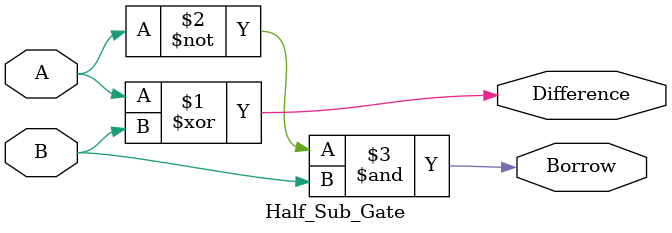
<source format=v>
`timescale 1ns / 1ps

module Half_Sub_Gate(
    input A,
    input B,
    output Difference,
    output Borrow
    );
    
    xor g1(Difference,A,B);
    and g2(Borrow,~A,B);
    
endmodule

</source>
